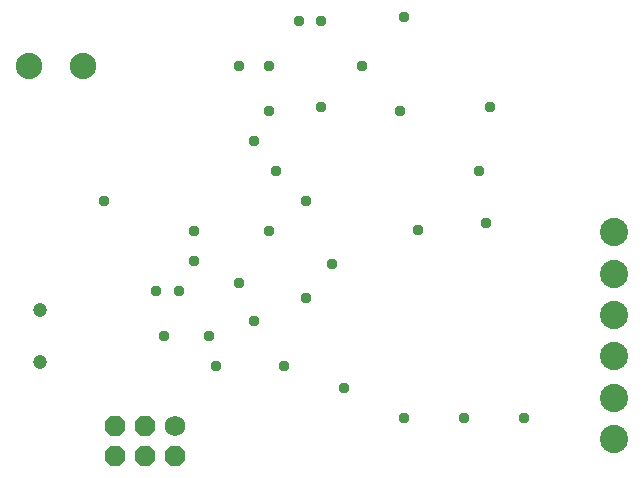
<source format=gbr>
G04 EAGLE Gerber X2 export*
%TF.Part,Single*%
%TF.FileFunction,Soldermask,Bot,1*%
%TF.FilePolarity,Positive*%
%TF.GenerationSoftware,Autodesk,EAGLE,9.2.2*%
%TF.CreationDate,2018-11-13T01:57:23Z*%
G75*
%MOMM*%
%FSLAX34Y34*%
%LPD*%
%INSoldermask Bottom*%
%AMOC8*
5,1,8,0,0,1.08239X$1,22.5*%
G01*
%ADD10C,1.203200*%
%ADD11C,2.235200*%
%ADD12C,2.387600*%
%ADD13C,1.727200*%
%ADD14P,1.869504X8X202.500000*%
%ADD15C,0.959600*%


D10*
X137000Y263300D03*
X137000Y219300D03*
D11*
X127000Y469900D03*
X172720Y469900D03*
D12*
X622300Y188800D03*
X622300Y223800D03*
X622300Y258800D03*
X622300Y293800D03*
X622300Y328800D03*
X622300Y153800D03*
D13*
X250825Y165100D03*
D14*
X225425Y165100D03*
X200025Y165100D03*
X250825Y139700D03*
X225425Y139700D03*
X200025Y139700D03*
D15*
X361950Y273050D03*
X304800Y285750D03*
X266700Y330200D03*
X234950Y279400D03*
X241300Y241300D03*
X279400Y241300D03*
X285750Y215900D03*
X444500Y171450D03*
X495300Y171450D03*
X546100Y171450D03*
X393700Y196850D03*
X361950Y355600D03*
X514350Y336550D03*
X336550Y381000D03*
X508000Y381000D03*
X441325Y431800D03*
X444500Y511175D03*
X409575Y469900D03*
X266700Y304800D03*
X317500Y254000D03*
X330200Y431800D03*
X317500Y406400D03*
X254000Y279400D03*
X190500Y355600D03*
X342900Y215900D03*
X384175Y301625D03*
X517525Y434975D03*
X330200Y469900D03*
X304800Y469900D03*
X355600Y508000D03*
X330200Y330200D03*
X456938Y330462D03*
X374650Y508000D03*
X374650Y434975D03*
M02*

</source>
